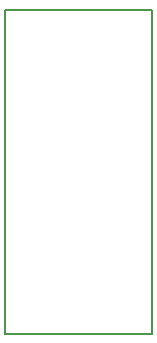
<source format=gm1>
G04 MADE WITH FRITZING*
G04 WWW.FRITZING.ORG*
G04 DOUBLE SIDED*
G04 HOLES PLATED*
G04 CONTOUR ON CENTER OF CONTOUR VECTOR*
%ASAXBY*%
%FSLAX23Y23*%
%MOIN*%
%OFA0B0*%
%SFA1.0B1.0*%
%ADD10R,0.499499X1.087760*%
%ADD11C,0.008000*%
%ADD10C,0.008*%
%LNCONTOUR*%
G90*
G70*
G54D10*
G54D11*
X8Y1080D02*
X499Y1080D01*
X499Y0D01*
X8Y0D01*
X8Y1080D01*
D02*
G04 End of contour*
M02*
</source>
